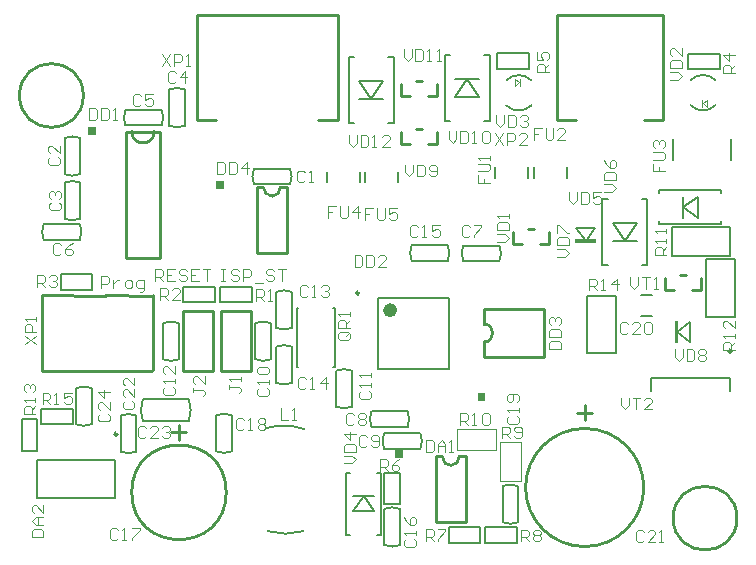
<source format=gto>
G04 Layer_Color=65535*
%FSLAX24Y24*%
%MOIN*%
G70*
G01*
G75*
%ADD10C,0.0079*%
%ADD43C,0.0098*%
%ADD54C,0.0100*%
%ADD55C,0.0071*%
%ADD56C,0.0236*%
%ADD57C,0.0070*%
%ADD58C,0.0070*%
%ADD59C,0.0050*%
%ADD60C,0.0039*%
%ADD61C,0.0067*%
G36*
X42015Y36953D02*
X41905D01*
Y37673D01*
X42015D01*
Y36953D01*
D02*
G37*
G36*
X35577Y35028D02*
X35327D01*
Y35278D01*
X35577D01*
Y35028D01*
D02*
G37*
G36*
X32827Y33114D02*
X32577D01*
Y33364D01*
X32827D01*
Y33114D01*
D02*
G37*
G36*
X22591Y43892D02*
X22341D01*
Y44142D01*
X22591D01*
Y43892D01*
D02*
G37*
G36*
X26862Y42091D02*
X26612D01*
Y42341D01*
X26862D01*
Y42091D01*
D02*
G37*
G36*
X39277Y40291D02*
X38557D01*
Y40401D01*
X39277D01*
Y40291D01*
D02*
G37*
D10*
X41093Y35778D02*
X43730D01*
Y35344D02*
Y35778D01*
X41093Y35344D02*
Y35778D01*
X42385Y36983D02*
Y37643D01*
X41955Y37313D02*
X42385Y37643D01*
X41955Y37313D02*
X42385Y36983D01*
X38587Y40771D02*
X39247D01*
X38587D02*
X38917Y40341D01*
X39247Y40771D01*
X40787Y39557D02*
X40974D01*
X39478D02*
X39665D01*
X40787Y41762D02*
X40974D01*
X39478D02*
X39665D01*
X40974Y39557D02*
Y41762D01*
X39478Y39557D02*
Y41762D01*
X41358Y40906D02*
X43445D01*
X41358Y42047D02*
X43445D01*
X41358Y40906D02*
Y41014D01*
Y41939D02*
Y42047D01*
X43445Y40906D02*
Y41014D01*
Y41939D02*
Y42047D01*
X37195Y42461D02*
Y42815D01*
X38297Y42461D02*
Y42815D01*
X32008Y38435D02*
X34370D01*
X32008Y36073D02*
X34370D01*
Y38435D01*
X32008Y36073D02*
Y38435D01*
X30945Y30541D02*
Y32628D01*
X32087Y30541D02*
Y32628D01*
X30945D02*
X31053D01*
X31978D02*
X32087D01*
X30945Y30541D02*
X31053D01*
X31978D02*
X32087D01*
X20620Y31781D02*
Y33041D01*
X23219Y31781D02*
Y33041D01*
X20620Y31781D02*
X23219D01*
X20620Y33041D02*
X23219D01*
X35896Y42461D02*
Y42815D01*
X36998Y42461D02*
Y42815D01*
X43770Y43041D02*
Y43750D01*
X41841Y43041D02*
Y43750D01*
X30285Y42303D02*
Y42657D01*
X31388Y42303D02*
Y42657D01*
X31565Y42303D02*
Y42657D01*
X32667Y42303D02*
Y42657D01*
X31024Y44291D02*
Y46496D01*
X32520Y44291D02*
Y46496D01*
X31024D02*
X31211D01*
X32333D02*
X32520D01*
X31024Y44291D02*
X31211D01*
X32333D02*
X32520D01*
X29291Y36152D02*
X29331D01*
X29291D02*
Y38120D01*
X29331D01*
X30512Y36152D02*
X30551D01*
Y38120D01*
X30512D02*
X30551D01*
X35719Y44350D02*
Y46555D01*
X34222Y44350D02*
Y46555D01*
X35531Y44350D02*
X35719D01*
X34222D02*
X34409D01*
X35531Y46555D02*
X35719D01*
X34222D02*
X34409D01*
D43*
X43780Y36673D02*
G03*
X43780Y36673I-49J0D01*
G01*
X31368Y38612D02*
G03*
X31368Y38612I-49J0D01*
G01*
X23307Y33907D02*
G03*
X23307Y33907I-49J0D01*
G01*
D54*
X22175Y45197D02*
G03*
X22175Y45197I-1063J0D01*
G01*
X43964Y31109D02*
G03*
X43964Y31109I-1063J0D01*
G01*
X23791Y43992D02*
G03*
X24541Y43992I375J0D01*
G01*
X40856Y32130D02*
G03*
X40856Y32130I-1969J0D01*
G01*
X26939Y31969D02*
G03*
X26939Y31969I-1575J0D01*
G01*
X28181Y42120D02*
G03*
X28740Y42139I280J0D01*
G01*
X34146Y33144D02*
G03*
X34704Y33163I280J0D01*
G01*
X35527Y36978D02*
G03*
X35527Y37578I0J300D01*
G01*
X37963Y47894D02*
X41506D01*
X40876Y44390D02*
X41506D01*
X37963D02*
X38593D01*
X41506D02*
Y47894D01*
X37963Y44390D02*
Y47894D01*
X42779Y38724D02*
Y39124D01*
X42079Y39224D02*
X42279D01*
X41579Y38724D02*
X41879D01*
X41579D02*
Y39124D01*
X42479Y38724D02*
X42779D01*
X23591Y43992D02*
X24741D01*
X23591Y39792D02*
X24741D01*
Y43992D01*
X23591Y39792D02*
Y43992D01*
X38888Y34380D02*
Y34880D01*
X38638Y34630D02*
X39138D01*
X25114Y33969D02*
X25614D01*
X25364Y33719D02*
Y34218D01*
X37700Y40250D02*
Y40650D01*
X37000Y40750D02*
X37200D01*
X36500Y40250D02*
X36800D01*
X36500D02*
Y40650D01*
X37400Y40250D02*
X37700D01*
X28962Y39941D02*
Y42141D01*
X27962Y39941D02*
Y42141D01*
Y39941D02*
X28962D01*
X28762Y42141D02*
X28962D01*
X27962D02*
X28162D01*
X33927Y33164D02*
X34127D01*
X34727D02*
X34927D01*
X33927Y30964D02*
X34927D01*
X33927D02*
Y33164D01*
X34927Y30964D02*
Y33164D01*
X35527Y37578D02*
Y38078D01*
Y36478D02*
X37527D01*
X35527Y38078D02*
X37527D01*
Y36478D02*
Y38078D01*
X35527Y36478D02*
Y36978D01*
X25514Y36010D02*
X26514D01*
Y38010D01*
X25514D02*
X26514D01*
X25514Y36010D02*
Y38010D01*
X26764Y36020D02*
Y38020D01*
X27764D01*
Y36020D02*
Y38020D01*
X26764Y36020D02*
X27764D01*
X22884Y38531D02*
X24461Y38530D01*
X20799Y36010D02*
X24461D01*
X24484Y36031D02*
Y38531D01*
X20784Y36031D02*
Y38531D01*
X22925Y38530D01*
X32770Y43586D02*
Y43986D01*
Y43586D02*
X33070D01*
X33970D02*
Y43986D01*
X33670Y43586D02*
X33970D01*
X33270Y44086D02*
X33470D01*
X30679Y47106D02*
Y47894D01*
X28317D02*
X30679D01*
X25955Y47067D02*
Y47894D01*
X28317D01*
X30679Y44390D02*
Y47106D01*
X25955Y44390D02*
Y47106D01*
Y44390D02*
X26585D01*
X30010D02*
X30679D01*
X32770Y45181D02*
Y45581D01*
Y45181D02*
X33070D01*
X33970D02*
Y45581D01*
X33670Y45181D02*
X33970D01*
X33270Y45681D02*
X33470D01*
D55*
X37112Y45703D02*
G03*
X36277Y45703I-418J-418D01*
G01*
Y44868D02*
G03*
X37112Y44868I418J418D01*
G01*
X42415Y44872D02*
G03*
X43250Y44872I418J418D01*
G01*
Y45707D02*
G03*
X42415Y45707I-418J-418D01*
G01*
X29554Y34076D02*
G03*
X28254Y34106I-697J-2035D01*
G01*
X28318Y30673D02*
G03*
X29511Y30678I589J2068D01*
G01*
D56*
X32520Y38041D02*
G03*
X32520Y38041I-118J0D01*
G01*
D57*
X34324Y39695D02*
G03*
X34324Y40205I-608J256D01*
G01*
X33117D02*
G03*
X33117Y39695I609J-255D01*
G01*
X36046Y39685D02*
G03*
X36047Y40196I-608J256D01*
G01*
X34839D02*
G03*
X34839Y39685I609J-255D01*
G01*
X36663Y32178D02*
G03*
X36153Y32179I-256J-608D01*
G01*
Y30971D02*
G03*
X36663Y30971I255J609D01*
G01*
X32215Y30213D02*
G03*
X32725Y30213I256J608D01*
G01*
Y31421D02*
G03*
X32215Y31420I-255J-609D01*
G01*
X27126Y34540D02*
G03*
X26615Y34541I-256J-608D01*
G01*
Y33333D02*
G03*
X27126Y33334I255J609D01*
G01*
X23425Y33324D02*
G03*
X23936Y33323I256J608D01*
G01*
Y34531D02*
G03*
X23425Y34531I-255J-609D01*
G01*
X21939Y34239D02*
G03*
X22450Y34239I256J608D01*
G01*
Y35446D02*
G03*
X21939Y35446I-255J-609D01*
G01*
X32985Y34154D02*
G03*
X32986Y34664I-608J256D01*
G01*
X31778D02*
G03*
X31778Y34154I609J-255D01*
G01*
X33409Y33425D02*
G03*
X33409Y33936I-608J256D01*
G01*
X32201D02*
G03*
X32202Y33425I609J-255D01*
G01*
X29123Y36824D02*
G03*
X28613Y36824I-256J-608D01*
G01*
Y35617D02*
G03*
X29123Y35617I255J609D01*
G01*
X28612Y37448D02*
G03*
X29123Y37447I256J608D01*
G01*
Y38655D02*
G03*
X28612Y38655I-255J-609D01*
G01*
X31122Y36026D02*
G03*
X30611Y36027I-256J-608D01*
G01*
Y34819D02*
G03*
X31122Y34819I255J609D01*
G01*
X24843Y36404D02*
G03*
X25353Y36404I256J608D01*
G01*
Y37612D02*
G03*
X24843Y37611I-255J-609D01*
G01*
X28425D02*
G03*
X27915Y37612I-256J-608D01*
G01*
Y36404D02*
G03*
X28425Y36404I255J609D01*
G01*
X27861Y42756D02*
G03*
X27861Y42245I608J-256D01*
G01*
X29068D02*
G03*
X29068Y42756I-609J255D01*
G01*
X21555Y42576D02*
G03*
X22066Y42575I256J608D01*
G01*
Y43783D02*
G03*
X21555Y43783I-255J-609D01*
G01*
X25551Y45397D02*
G03*
X25041Y45397I-256J-608D01*
G01*
Y44189D02*
G03*
X25551Y44190I255J609D01*
G01*
X24787Y44203D02*
G03*
X24787Y44713I-608J256D01*
G01*
X23579D02*
G03*
X23580Y44203I609J-255D01*
G01*
X21555Y41089D02*
G03*
X22066Y41089I256J608D01*
G01*
Y42297D02*
G03*
X21555Y42296I-255J-609D01*
G01*
X20853Y40905D02*
G03*
X20853Y40395I608J-256D01*
G01*
X22061D02*
G03*
X22060Y40905I-609J255D01*
G01*
X33120Y40206D02*
X34320D01*
X33120Y39695D02*
X34321D01*
X34843Y40196D02*
X36043D01*
X34843Y39685D02*
X36044D01*
X36152Y30975D02*
Y32175D01*
X36663Y30975D02*
Y32176D01*
X36624Y30295D02*
Y30807D01*
X35581Y30295D02*
Y30807D01*
X36624D01*
X35581Y30295D02*
X36624D01*
X35403Y30295D02*
Y30807D01*
X34360Y30295D02*
Y30807D01*
X35403D01*
X34360Y30295D02*
X35403D01*
X32215Y32608D02*
X32726D01*
X32215Y31565D02*
X32726D01*
X32215D02*
Y32608D01*
X32726Y31565D02*
Y32608D01*
X32725Y30217D02*
Y31417D01*
X32215Y30216D02*
Y31417D01*
X26615Y33337D02*
Y34537D01*
X27126Y33337D02*
Y34538D01*
X23936Y33327D02*
Y34527D01*
X23425Y33326D02*
Y34527D01*
X21821Y34242D02*
Y34754D01*
X20777Y34242D02*
Y34754D01*
X21821D01*
X20777Y34242D02*
X21821D01*
X20128Y33356D02*
X20640D01*
X20128Y34400D02*
X20640D01*
Y33356D02*
Y34400D01*
X20128Y33356D02*
Y34400D01*
X22450Y34243D02*
Y35443D01*
X21939Y34242D02*
Y35443D01*
X37018Y46093D02*
Y46604D01*
X35974Y46093D02*
Y46604D01*
X37018D01*
X35974Y46093D02*
X37018D01*
X42343Y46073D02*
Y46585D01*
X43386Y46073D02*
Y46585D01*
X42343Y46073D02*
X43386D01*
X42343Y46585D02*
X43386D01*
X31782Y34664D02*
X32982D01*
X31782Y34154D02*
X32983D01*
X32205Y33936D02*
X33405D01*
X32205Y33425D02*
X33406D01*
X28612Y35620D02*
Y36820D01*
X29123Y35620D02*
Y36821D01*
Y37451D02*
Y38651D01*
X28612Y37450D02*
Y38651D01*
X30611Y34823D02*
Y36023D01*
X31122Y34823D02*
Y36024D01*
X25353Y36408D02*
Y37608D01*
X24843Y36407D02*
Y37608D01*
X27914Y36408D02*
Y37608D01*
X28425Y36408D02*
Y37609D01*
X22461Y38730D02*
Y39242D01*
X21417Y38730D02*
Y39242D01*
X22461D01*
X21417Y38730D02*
X22461D01*
X27865Y42245D02*
X29065D01*
X27864Y42756D02*
X29065D01*
X22066Y42579D02*
Y43779D01*
X21555Y42578D02*
Y43779D01*
X25040Y44193D02*
Y45393D01*
X25551Y44193D02*
Y45394D01*
X23583Y44714D02*
X24783D01*
X23583Y44203D02*
X24784D01*
X22066Y41093D02*
Y42293D01*
X21555Y41092D02*
Y42293D01*
X20857Y40395D02*
X22057D01*
X20856Y40906D02*
X22057D01*
X27785Y38307D02*
Y38819D01*
X26742Y38307D02*
Y38819D01*
X27785D01*
X26742Y38307D02*
X27785D01*
X25512D02*
Y38819D01*
X26555Y38307D02*
Y38819D01*
X25512Y38307D02*
X26555D01*
X25512Y38819D02*
X26555D01*
D58*
X25690Y34334D02*
G03*
X25690Y35074I-1025J371D01*
G01*
X24161Y35076D02*
G03*
X24161Y34334I1004J-371D01*
G01*
X38969Y36599D02*
Y38529D01*
X39929Y36599D02*
Y38529D01*
X38969D02*
X39929D01*
X38969Y36599D02*
X39929D01*
X42926Y37810D02*
Y39740D01*
X43886Y37810D02*
Y39740D01*
X42926D02*
X43886D01*
X42926Y37810D02*
X43886D01*
X41806Y39855D02*
X43736D01*
X41806Y40815D02*
X43736D01*
X41806Y39855D02*
Y40815D01*
X43736Y39855D02*
Y40815D01*
X24164Y35075D02*
X25684D01*
X24164Y34335D02*
X25684D01*
D59*
X39826Y40359D02*
X40626D01*
X39826Y40959D02*
X40626D01*
X39826D02*
X40226Y40359D01*
X40626Y40959D01*
X42152Y41476D02*
X42652Y41126D01*
X42152Y41476D02*
X42652Y41826D01*
X42152Y41126D02*
Y41826D01*
X42652Y41126D02*
Y41826D01*
X31166Y31335D02*
X31516Y31835D01*
X31866Y31335D01*
X31166Y31835D02*
X31866D01*
X31166Y31335D02*
X31866D01*
X31772Y45094D02*
X32172Y45694D01*
X31372D02*
X31772Y45094D01*
X31372Y45694D02*
X32172D01*
X31372Y45094D02*
X32172D01*
X34570Y45153D02*
X34970Y45753D01*
X35370Y45153D01*
X34570D02*
X35370D01*
X34570Y45753D02*
X35370D01*
D60*
X36722Y45522D02*
Y45758D01*
X36565Y45522D02*
Y45758D01*
X36683Y45640D01*
X36565Y45522D02*
X36683Y45640D01*
X42805Y44817D02*
Y45053D01*
X42963Y44817D02*
Y45053D01*
X42844Y44935D02*
X42963Y44817D01*
X42844Y44935D02*
X42963Y45053D01*
X34628Y33380D02*
X35943D01*
X34628Y34081D02*
X35943D01*
X34628Y33380D02*
Y34081D01*
X35943Y33380D02*
Y34081D01*
X36758Y32344D02*
Y33659D01*
X36057Y32344D02*
Y33659D01*
Y32344D02*
X36758D01*
X36057Y33659D02*
X36758D01*
X35915Y43947D02*
X36178Y43553D01*
Y43947D02*
X35915Y43553D01*
X36309D02*
Y43947D01*
X36506D01*
X36571Y43881D01*
Y43750D01*
X36506Y43684D01*
X36309D01*
X36965Y43553D02*
X36702D01*
X36965Y43816D01*
Y43881D01*
X36899Y43947D01*
X36768D01*
X36702Y43881D01*
X20217Y36909D02*
X20610Y37172D01*
X20217D02*
X20610Y36909D01*
Y37303D02*
X20217D01*
Y37500D01*
X20282Y37565D01*
X20413D01*
X20479Y37500D01*
Y37303D01*
X20610Y37697D02*
Y37828D01*
Y37762D01*
X20217D01*
X20282Y37697D01*
X40089Y35128D02*
Y34865D01*
X40220Y34734D01*
X40351Y34865D01*
Y35128D01*
X40482D02*
X40745D01*
X40613D01*
Y34734D01*
X41138D02*
X40876D01*
X41138Y34997D01*
Y35062D01*
X41073Y35128D01*
X40941D01*
X40876Y35062D01*
X40413Y39144D02*
Y38881D01*
X40545Y38750D01*
X40676Y38881D01*
Y39144D01*
X40807D02*
X41069D01*
X40938D01*
Y38750D01*
X41201D02*
X41332D01*
X41266D01*
Y39144D01*
X41201Y39078D01*
X41890Y36752D02*
Y36489D01*
X42021Y36358D01*
X42152Y36489D01*
Y36752D01*
X42283D02*
Y36358D01*
X42480D01*
X42546Y36424D01*
Y36686D01*
X42480Y36752D01*
X42283D01*
X42677Y36686D02*
X42743Y36752D01*
X42874D01*
X42939Y36686D01*
Y36621D01*
X42874Y36555D01*
X42939Y36489D01*
Y36424D01*
X42874Y36358D01*
X42743D01*
X42677Y36424D01*
Y36489D01*
X42743Y36555D01*
X42677Y36621D01*
Y36686D01*
X42743Y36555D02*
X42874D01*
X37973Y39823D02*
X38235D01*
X38366Y39954D01*
X38235Y40085D01*
X37973D01*
Y40216D02*
X38366D01*
Y40413D01*
X38301Y40479D01*
X38038D01*
X37973Y40413D01*
Y40216D01*
Y40610D02*
Y40872D01*
X38038D01*
X38301Y40610D01*
X38366D01*
X39528Y41988D02*
X39790D01*
X39921Y42119D01*
X39790Y42251D01*
X39528D01*
Y42382D02*
X39921D01*
Y42579D01*
X39856Y42644D01*
X39593D01*
X39528Y42579D01*
Y42382D01*
Y43038D02*
X39593Y42907D01*
X39724Y42775D01*
X39856D01*
X39921Y42841D01*
Y42972D01*
X39856Y43038D01*
X39790D01*
X39724Y42972D01*
Y42775D01*
X38366Y41988D02*
Y41726D01*
X38497Y41594D01*
X38629Y41726D01*
Y41988D01*
X38760D02*
Y41594D01*
X38956D01*
X39022Y41660D01*
Y41922D01*
X38956Y41988D01*
X38760D01*
X39416D02*
X39153D01*
Y41791D01*
X39284Y41857D01*
X39350D01*
X39416Y41791D01*
Y41660D01*
X39350Y41594D01*
X39219D01*
X39153Y41660D01*
X30856Y32933D02*
X31119D01*
X31250Y33064D01*
X31119Y33195D01*
X30856D01*
Y33327D02*
X31250D01*
Y33523D01*
X31184Y33589D01*
X30922D01*
X30856Y33523D01*
Y33327D01*
X31250Y33917D02*
X30856D01*
X31053Y33720D01*
Y33983D01*
X35935Y44547D02*
Y44285D01*
X36066Y44154D01*
X36197Y44285D01*
Y44547D01*
X36329D02*
Y44154D01*
X36525D01*
X36591Y44219D01*
Y44482D01*
X36525Y44547D01*
X36329D01*
X36722Y44482D02*
X36788Y44547D01*
X36919D01*
X36985Y44482D01*
Y44416D01*
X36919Y44350D01*
X36853D01*
X36919D01*
X36985Y44285D01*
Y44219D01*
X36919Y44154D01*
X36788D01*
X36722Y44219D01*
X41723Y45728D02*
X41985D01*
X42116Y45860D01*
X41985Y45991D01*
X41723D01*
Y46122D02*
X42116D01*
Y46319D01*
X42051Y46384D01*
X41788D01*
X41723Y46319D01*
Y46122D01*
X42116Y46778D02*
Y46515D01*
X41854Y46778D01*
X41788D01*
X41723Y46712D01*
Y46581D01*
X41788Y46515D01*
X35975Y40325D02*
X36237D01*
X36368Y40456D01*
X36237Y40587D01*
X35975D01*
Y40718D02*
X36368D01*
Y40915D01*
X36303Y40981D01*
X36040D01*
X35975Y40915D01*
Y40718D01*
X36368Y41112D02*
Y41243D01*
Y41178D01*
X35975D01*
X36040Y41112D01*
X20817Y34902D02*
Y35295D01*
X21014D01*
X21079Y35230D01*
Y35098D01*
X21014Y35033D01*
X20817D01*
X20948D02*
X21079Y34902D01*
X21210D02*
X21342D01*
X21276D01*
Y35295D01*
X21210Y35230D01*
X21801Y35295D02*
X21538D01*
Y35098D01*
X21670Y35164D01*
X21735D01*
X21801Y35098D01*
Y34967D01*
X21735Y34902D01*
X21604D01*
X21538Y34967D01*
X39035Y38701D02*
Y39094D01*
X39232D01*
X39298Y39029D01*
Y38898D01*
X39232Y38832D01*
X39035D01*
X39167D02*
X39298Y38701D01*
X39429D02*
X39560D01*
X39495D01*
Y39094D01*
X39429Y39029D01*
X39954Y38701D02*
Y39094D01*
X39757Y38898D01*
X40019D01*
X20581Y34587D02*
X20187D01*
Y34783D01*
X20253Y34849D01*
X20384D01*
X20450Y34783D01*
Y34587D01*
Y34718D02*
X20581Y34849D01*
Y34980D02*
Y35111D01*
Y35046D01*
X20187D01*
X20253Y34980D01*
Y35308D02*
X20187Y35374D01*
Y35505D01*
X20253Y35571D01*
X20318D01*
X20384Y35505D01*
Y35439D01*
Y35505D01*
X20450Y35571D01*
X20515D01*
X20581Y35505D01*
Y35374D01*
X20515Y35308D01*
X43888Y36713D02*
X43494D01*
Y36909D01*
X43560Y36975D01*
X43691D01*
X43757Y36909D01*
Y36713D01*
Y36844D02*
X43888Y36975D01*
Y37106D02*
Y37237D01*
Y37172D01*
X43494D01*
X43560Y37106D01*
X43888Y37697D02*
Y37434D01*
X43625Y37697D01*
X43560D01*
X43494Y37631D01*
Y37500D01*
X43560Y37434D01*
X41614Y39892D02*
X41221D01*
Y40089D01*
X41286Y40154D01*
X41417D01*
X41483Y40089D01*
Y39892D01*
Y40023D02*
X41614Y40154D01*
Y40285D02*
Y40416D01*
Y40351D01*
X41221D01*
X41286Y40285D01*
X41614Y40613D02*
Y40744D01*
Y40679D01*
X41221D01*
X41286Y40613D01*
X34744Y34213D02*
Y34606D01*
X34941D01*
X35006Y34541D01*
Y34409D01*
X34941Y34344D01*
X34744D01*
X34875D02*
X35006Y34213D01*
X35138D02*
X35269D01*
X35203D01*
Y34606D01*
X35138Y34541D01*
X35466D02*
X35531Y34606D01*
X35662D01*
X35728Y34541D01*
Y34278D01*
X35662Y34213D01*
X35531D01*
X35466Y34278D01*
Y34541D01*
X36132Y33770D02*
Y34163D01*
X36329D01*
X36394Y34098D01*
Y33966D01*
X36329Y33901D01*
X36132D01*
X36263D02*
X36394Y33770D01*
X36525Y33835D02*
X36591Y33770D01*
X36722D01*
X36788Y33835D01*
Y34098D01*
X36722Y34163D01*
X36591D01*
X36525Y34098D01*
Y34032D01*
X36591Y33966D01*
X36788D01*
X36781Y30335D02*
Y30728D01*
X36978D01*
X37044Y30663D01*
Y30531D01*
X36978Y30466D01*
X36781D01*
X36913D02*
X37044Y30335D01*
X37175Y30663D02*
X37241Y30728D01*
X37372D01*
X37437Y30663D01*
Y30597D01*
X37372Y30531D01*
X37437Y30466D01*
Y30400D01*
X37372Y30335D01*
X37241D01*
X37175Y30400D01*
Y30466D01*
X37241Y30531D01*
X37175Y30597D01*
Y30663D01*
X37241Y30531D02*
X37372D01*
X33593Y30354D02*
Y30748D01*
X33789D01*
X33855Y30682D01*
Y30551D01*
X33789Y30486D01*
X33593D01*
X33724D02*
X33855Y30354D01*
X33986Y30748D02*
X34248D01*
Y30682D01*
X33986Y30420D01*
Y30354D01*
X32057Y32687D02*
Y33081D01*
X32254D01*
X32319Y33015D01*
Y32884D01*
X32254Y32818D01*
X32057D01*
X32188D02*
X32319Y32687D01*
X32713Y33081D02*
X32582Y33015D01*
X32451Y32884D01*
Y32753D01*
X32516Y32687D01*
X32647D01*
X32713Y32753D01*
Y32818D01*
X32647Y32884D01*
X32451D01*
X37707Y45984D02*
X37313D01*
Y46181D01*
X37379Y46247D01*
X37510D01*
X37576Y46181D01*
Y45984D01*
Y46115D02*
X37707Y46247D01*
X37313Y46640D02*
Y46378D01*
X37510D01*
X37444Y46509D01*
Y46575D01*
X37510Y46640D01*
X37641D01*
X37707Y46575D01*
Y46443D01*
X37641Y46378D01*
X43888Y45955D02*
X43494D01*
Y46152D01*
X43560Y46217D01*
X43691D01*
X43757Y46152D01*
Y45955D01*
Y46086D02*
X43888Y46217D01*
Y46545D02*
X43494D01*
X43691Y46348D01*
Y46611D01*
X20630Y38809D02*
Y39203D01*
X20827D01*
X20892Y39137D01*
Y39006D01*
X20827Y38940D01*
X20630D01*
X20761D02*
X20892Y38809D01*
X21023Y39137D02*
X21089Y39203D01*
X21220D01*
X21286Y39137D01*
Y39071D01*
X21220Y39006D01*
X21155D01*
X21220D01*
X21286Y38940D01*
Y38875D01*
X21220Y38809D01*
X21089D01*
X21023Y38875D01*
X24734Y38386D02*
Y38779D01*
X24931D01*
X24997Y38714D01*
Y38583D01*
X24931Y38517D01*
X24734D01*
X24865D02*
X24997Y38386D01*
X25390D02*
X25128D01*
X25390Y38648D01*
Y38714D01*
X25325Y38779D01*
X25193D01*
X25128Y38714D01*
X27933Y38356D02*
Y38750D01*
X28130D01*
X28195Y38684D01*
Y38553D01*
X28130Y38487D01*
X27933D01*
X28064D02*
X28195Y38356D01*
X28327D02*
X28458D01*
X28392D01*
Y38750D01*
X28327Y38684D01*
X30997Y37310D02*
X30735D01*
X30669Y37244D01*
Y37113D01*
X30735Y37047D01*
X30997D01*
X31063Y37113D01*
Y37244D01*
X30932Y37178D02*
X31063Y37310D01*
Y37244D02*
X30997Y37310D01*
X31063Y37441D02*
X30669D01*
Y37638D01*
X30735Y37703D01*
X30866D01*
X30932Y37638D01*
Y37441D01*
Y37572D02*
X31063Y37703D01*
Y37834D02*
Y37966D01*
Y37900D01*
X30669D01*
X30735Y37834D01*
X28750Y34773D02*
Y34380D01*
X29012D01*
X29144D02*
X29275D01*
X29209D01*
Y34773D01*
X29144Y34708D01*
X27047Y35558D02*
Y35426D01*
Y35492D01*
X27375D01*
X27441Y35426D01*
Y35361D01*
X27375Y35295D01*
X27441Y35689D02*
Y35820D01*
Y35754D01*
X27047D01*
X27113Y35689D01*
X41181Y42930D02*
Y42667D01*
X41378D01*
Y42799D01*
Y42667D01*
X41575D01*
X41181Y43061D02*
X41509D01*
X41575Y43126D01*
Y43258D01*
X41509Y43323D01*
X41181D01*
X41247Y43454D02*
X41181Y43520D01*
Y43651D01*
X41247Y43717D01*
X41312D01*
X41378Y43651D01*
Y43586D01*
Y43651D01*
X41444Y43717D01*
X41509D01*
X41575Y43651D01*
Y43520D01*
X41509Y43454D01*
X37452Y44114D02*
X37190D01*
Y43917D01*
X37321D01*
X37190D01*
Y43720D01*
X37584Y44114D02*
Y43786D01*
X37649Y43720D01*
X37780D01*
X37846Y43786D01*
Y44114D01*
X38240Y43720D02*
X37977D01*
X38240Y43982D01*
Y44048D01*
X38174Y44114D01*
X38043D01*
X37977Y44048D01*
X35345Y42536D02*
Y42274D01*
X35541D01*
Y42405D01*
Y42274D01*
X35738D01*
X35345Y42667D02*
X35673D01*
X35738Y42733D01*
Y42864D01*
X35673Y42930D01*
X35345D01*
X35738Y43061D02*
Y43192D01*
Y43126D01*
X35345D01*
X35410Y43061D01*
X37697Y36752D02*
X38091D01*
Y36949D01*
X38025Y37014D01*
X37763D01*
X37697Y36949D01*
Y36752D01*
Y37146D02*
X38091D01*
Y37342D01*
X38025Y37408D01*
X37763D01*
X37697Y37342D01*
Y37146D01*
X37763Y37539D02*
X37697Y37605D01*
Y37736D01*
X37763Y37801D01*
X37828D01*
X37894Y37736D01*
Y37670D01*
Y37736D01*
X37959Y37801D01*
X38025D01*
X38091Y37736D01*
Y37605D01*
X38025Y37539D01*
X31217Y39891D02*
Y39497D01*
X31413D01*
X31479Y39563D01*
Y39825D01*
X31413Y39891D01*
X31217D01*
X31610D02*
Y39497D01*
X31807D01*
X31873Y39563D01*
Y39825D01*
X31807Y39891D01*
X31610D01*
X32266Y39497D02*
X32004D01*
X32266Y39759D01*
Y39825D01*
X32201Y39891D01*
X32069D01*
X32004Y39825D01*
X22381Y44779D02*
Y44386D01*
X22578D01*
X22644Y44451D01*
Y44714D01*
X22578Y44779D01*
X22381D01*
X22775D02*
Y44386D01*
X22972D01*
X23037Y44451D01*
Y44714D01*
X22972Y44779D01*
X22775D01*
X23169Y44386D02*
X23300D01*
X23234D01*
Y44779D01*
X23169Y44714D01*
X20453Y30492D02*
X20846D01*
Y30689D01*
X20781Y30755D01*
X20518D01*
X20453Y30689D01*
Y30492D01*
X20846Y30886D02*
X20584D01*
X20453Y31017D01*
X20584Y31148D01*
X20846D01*
X20650D01*
Y30886D01*
X20846Y31542D02*
Y31279D01*
X20584Y31542D01*
X20518D01*
X20453Y31476D01*
Y31345D01*
X20518Y31279D01*
X33593Y33720D02*
Y33327D01*
X33789D01*
X33855Y33392D01*
Y33655D01*
X33789Y33720D01*
X33593D01*
X33986Y33327D02*
Y33589D01*
X34117Y33720D01*
X34248Y33589D01*
Y33327D01*
Y33524D01*
X33986D01*
X34380Y33327D02*
X34511D01*
X34445D01*
Y33720D01*
X34380Y33655D01*
X22723Y34593D02*
X22658Y34527D01*
Y34396D01*
X22723Y34331D01*
X22986D01*
X23051Y34396D01*
Y34527D01*
X22986Y34593D01*
X23051Y34987D02*
Y34724D01*
X22789Y34987D01*
X22723D01*
X22658Y34921D01*
Y34790D01*
X22723Y34724D01*
X23051Y35315D02*
X22658D01*
X22854Y35118D01*
Y35380D01*
X24263Y34107D02*
X24197Y34173D01*
X24066D01*
X24000Y34107D01*
Y33845D01*
X24066Y33779D01*
X24197D01*
X24263Y33845D01*
X24656Y33779D02*
X24394D01*
X24656Y34041D01*
Y34107D01*
X24591Y34173D01*
X24460D01*
X24394Y34107D01*
X24788D02*
X24853Y34173D01*
X24984D01*
X25050Y34107D01*
Y34041D01*
X24984Y33976D01*
X24919D01*
X24984D01*
X25050Y33910D01*
Y33845D01*
X24984Y33779D01*
X24853D01*
X24788Y33845D01*
X23550Y35006D02*
X23484Y34941D01*
Y34810D01*
X23550Y34744D01*
X23812D01*
X23878Y34810D01*
Y34941D01*
X23812Y35006D01*
X23878Y35400D02*
Y35138D01*
X23616Y35400D01*
X23550D01*
X23484Y35334D01*
Y35203D01*
X23550Y35138D01*
X23878Y35794D02*
Y35531D01*
X23616Y35794D01*
X23550D01*
X23484Y35728D01*
Y35597D01*
X23550Y35531D01*
X40853Y30653D02*
X40787Y30718D01*
X40656D01*
X40591Y30653D01*
Y30390D01*
X40656Y30325D01*
X40787D01*
X40853Y30390D01*
X41247Y30325D02*
X40984D01*
X41247Y30587D01*
Y30653D01*
X41181Y30718D01*
X41050D01*
X40984Y30653D01*
X41378Y30325D02*
X41509D01*
X41443D01*
Y30718D01*
X41378Y30653D01*
X40331Y37572D02*
X40266Y37638D01*
X40134D01*
X40069Y37572D01*
Y37310D01*
X40134Y37244D01*
X40266D01*
X40331Y37310D01*
X40725Y37244D02*
X40462D01*
X40725Y37506D01*
Y37572D01*
X40659Y37638D01*
X40528D01*
X40462Y37572D01*
X40856D02*
X40922Y37638D01*
X41053D01*
X41118Y37572D01*
Y37310D01*
X41053Y37244D01*
X40922D01*
X40856Y37310D01*
Y37572D01*
X36355Y34514D02*
X36290Y34449D01*
Y34318D01*
X36355Y34252D01*
X36617D01*
X36683Y34318D01*
Y34449D01*
X36617Y34514D01*
X36683Y34646D02*
Y34777D01*
Y34711D01*
X36290D01*
X36355Y34646D01*
X36617Y34974D02*
X36683Y35039D01*
Y35170D01*
X36617Y35236D01*
X36355D01*
X36290Y35170D01*
Y35039D01*
X36355Y34974D01*
X36421D01*
X36486Y35039D01*
Y35236D01*
X27526Y34383D02*
X27461Y34449D01*
X27329D01*
X27264Y34383D01*
Y34121D01*
X27329Y34055D01*
X27461D01*
X27526Y34121D01*
X27657Y34055D02*
X27789D01*
X27723D01*
Y34449D01*
X27657Y34383D01*
X27985D02*
X28051Y34449D01*
X28182D01*
X28248Y34383D01*
Y34318D01*
X28182Y34252D01*
X28248Y34186D01*
Y34121D01*
X28182Y34055D01*
X28051D01*
X27985Y34121D01*
Y34186D01*
X28051Y34252D01*
X27985Y34318D01*
Y34383D01*
X28051Y34252D02*
X28182D01*
X23333Y30712D02*
X23268Y30777D01*
X23136D01*
X23071Y30712D01*
Y30449D01*
X23136Y30384D01*
X23268D01*
X23333Y30449D01*
X23464Y30384D02*
X23596D01*
X23530D01*
Y30777D01*
X23464Y30712D01*
X23792Y30777D02*
X24055D01*
Y30712D01*
X23792Y30449D01*
Y30384D01*
X32940Y30410D02*
X32874Y30344D01*
Y30213D01*
X32940Y30148D01*
X33202D01*
X33268Y30213D01*
Y30344D01*
X33202Y30410D01*
X33268Y30541D02*
Y30672D01*
Y30607D01*
X32874D01*
X32940Y30541D01*
X32874Y31132D02*
X32940Y31000D01*
X33071Y30869D01*
X33202D01*
X33268Y30935D01*
Y31066D01*
X33202Y31132D01*
X33137D01*
X33071Y31066D01*
Y30869D01*
X33331Y40805D02*
X33266Y40870D01*
X33135D01*
X33069Y40805D01*
Y40542D01*
X33135Y40477D01*
X33266D01*
X33331Y40542D01*
X33463Y40477D02*
X33594D01*
X33528D01*
Y40870D01*
X33463Y40805D01*
X34053Y40870D02*
X33791D01*
Y40673D01*
X33922Y40739D01*
X33987D01*
X34053Y40673D01*
Y40542D01*
X33987Y40477D01*
X33856D01*
X33791Y40542D01*
X29602Y35751D02*
X29536Y35817D01*
X29405D01*
X29340Y35751D01*
Y35489D01*
X29405Y35423D01*
X29536D01*
X29602Y35489D01*
X29733Y35423D02*
X29864D01*
X29799D01*
Y35817D01*
X29733Y35751D01*
X30258Y35423D02*
Y35817D01*
X30061Y35620D01*
X30324D01*
X29652Y38822D02*
X29587Y38888D01*
X29455D01*
X29390Y38822D01*
Y38560D01*
X29455Y38494D01*
X29587D01*
X29652Y38560D01*
X29783Y38494D02*
X29915D01*
X29849D01*
Y38888D01*
X29783Y38822D01*
X30111D02*
X30177Y38888D01*
X30308D01*
X30374Y38822D01*
Y38756D01*
X30308Y38691D01*
X30243D01*
X30308D01*
X30374Y38625D01*
Y38560D01*
X30308Y38494D01*
X30177D01*
X30111Y38560D01*
X24908Y35469D02*
X24843Y35403D01*
Y35272D01*
X24908Y35207D01*
X25171D01*
X25236Y35272D01*
Y35403D01*
X25171Y35469D01*
X25236Y35600D02*
Y35731D01*
Y35666D01*
X24843D01*
X24908Y35600D01*
X25236Y36191D02*
Y35928D01*
X24974Y36191D01*
X24908D01*
X24843Y36125D01*
Y35994D01*
X24908Y35928D01*
X31424Y35351D02*
X31358Y35285D01*
Y35154D01*
X31424Y35089D01*
X31686D01*
X31752Y35154D01*
Y35285D01*
X31686Y35351D01*
X31752Y35482D02*
Y35613D01*
Y35548D01*
X31358D01*
X31424Y35482D01*
X31752Y35810D02*
Y35941D01*
Y35876D01*
X31358D01*
X31424Y35810D01*
X28038Y35440D02*
X27973Y35374D01*
Y35243D01*
X28038Y35177D01*
X28301D01*
X28366Y35243D01*
Y35374D01*
X28301Y35440D01*
X28366Y35571D02*
Y35702D01*
Y35636D01*
X27973D01*
X28038Y35571D01*
Y35899D02*
X27973Y35964D01*
Y36095D01*
X28038Y36161D01*
X28301D01*
X28366Y36095D01*
Y35964D01*
X28301Y35899D01*
X28038D01*
X31640Y33812D02*
X31575Y33878D01*
X31444D01*
X31378Y33812D01*
Y33550D01*
X31444Y33484D01*
X31575D01*
X31640Y33550D01*
X31772D02*
X31837Y33484D01*
X31968D01*
X32034Y33550D01*
Y33812D01*
X31968Y33878D01*
X31837D01*
X31772Y33812D01*
Y33747D01*
X31837Y33681D01*
X32034D01*
X31207Y34541D02*
X31142Y34606D01*
X31010D01*
X30945Y34541D01*
Y34278D01*
X31010Y34213D01*
X31142D01*
X31207Y34278D01*
X31338Y34541D02*
X31404Y34606D01*
X31535D01*
X31601Y34541D01*
Y34475D01*
X31535Y34409D01*
X31601Y34344D01*
Y34278D01*
X31535Y34213D01*
X31404D01*
X31338Y34278D01*
Y34344D01*
X31404Y34409D01*
X31338Y34475D01*
Y34541D01*
X31404Y34409D02*
X31535D01*
X35051Y40799D02*
X34986Y40865D01*
X34855D01*
X34789Y40799D01*
Y40537D01*
X34855Y40471D01*
X34986D01*
X35051Y40537D01*
X35183Y40865D02*
X35445D01*
Y40799D01*
X35183Y40537D01*
Y40471D01*
X21443Y40220D02*
X21378Y40285D01*
X21247D01*
X21181Y40220D01*
Y39957D01*
X21247Y39892D01*
X21378D01*
X21443Y39957D01*
X21837Y40285D02*
X21706Y40220D01*
X21575Y40089D01*
Y39957D01*
X21640Y39892D01*
X21771D01*
X21837Y39957D01*
Y40023D01*
X21771Y40089D01*
X21575D01*
X24101Y45190D02*
X24035Y45256D01*
X23904D01*
X23839Y45190D01*
Y44928D01*
X23904Y44862D01*
X24035D01*
X24101Y44928D01*
X24495Y45256D02*
X24232D01*
Y45059D01*
X24363Y45125D01*
X24429D01*
X24495Y45059D01*
Y44928D01*
X24429Y44862D01*
X24298D01*
X24232Y44928D01*
X25253Y45938D02*
X25187Y46004D01*
X25056D01*
X24990Y45938D01*
Y45676D01*
X25056Y45610D01*
X25187D01*
X25253Y45676D01*
X25581Y45610D02*
Y46004D01*
X25384Y45807D01*
X25646D01*
X21099Y41630D02*
X21034Y41565D01*
Y41434D01*
X21099Y41368D01*
X21362D01*
X21427Y41434D01*
Y41565D01*
X21362Y41630D01*
X21099Y41762D02*
X21034Y41827D01*
Y41958D01*
X21099Y42024D01*
X21165D01*
X21230Y41958D01*
Y41893D01*
Y41958D01*
X21296Y42024D01*
X21362D01*
X21427Y41958D01*
Y41827D01*
X21362Y41762D01*
X21079Y43136D02*
X21014Y43071D01*
Y42940D01*
X21079Y42874D01*
X21342D01*
X21407Y42940D01*
Y43071D01*
X21342Y43136D01*
X21407Y43530D02*
Y43268D01*
X21145Y43530D01*
X21079D01*
X21014Y43464D01*
Y43333D01*
X21079Y43268D01*
X29573Y42631D02*
X29508Y42697D01*
X29377D01*
X29311Y42631D01*
Y42369D01*
X29377Y42303D01*
X29508D01*
X29573Y42369D01*
X29705Y42303D02*
X29836D01*
X29770D01*
Y42697D01*
X29705Y42631D01*
X24803Y46585D02*
X25066Y46191D01*
Y46585D02*
X24803Y46191D01*
X25197D02*
Y46585D01*
X25394D01*
X25459Y46519D01*
Y46388D01*
X25394Y46322D01*
X25197D01*
X25590Y46191D02*
X25721D01*
X25656D01*
Y46585D01*
X25590Y46519D01*
X25827Y35449D02*
Y35318D01*
Y35384D01*
X26155D01*
X26220Y35318D01*
Y35253D01*
X26155Y35187D01*
X26220Y35843D02*
Y35581D01*
X25958Y35843D01*
X25892D01*
X25827Y35777D01*
Y35646D01*
X25892Y35581D01*
X30607Y41506D02*
X30344D01*
Y41309D01*
X30476D01*
X30344D01*
Y41112D01*
X30738Y41506D02*
Y41178D01*
X30804Y41112D01*
X30935D01*
X31000Y41178D01*
Y41506D01*
X31328Y41112D02*
Y41506D01*
X31132Y41309D01*
X31394D01*
X31837Y41447D02*
X31575D01*
Y41250D01*
X31706D01*
X31575D01*
Y41053D01*
X31968Y41447D02*
Y41119D01*
X32034Y41053D01*
X32165D01*
X32231Y41119D01*
Y41447D01*
X32624D02*
X32362D01*
Y41250D01*
X32493Y41316D01*
X32559D01*
X32624Y41250D01*
Y41119D01*
X32559Y41053D01*
X32428D01*
X32362Y41119D01*
X32904Y42894D02*
Y42631D01*
X33035Y42500D01*
X33166Y42631D01*
Y42894D01*
X33297D02*
Y42500D01*
X33494D01*
X33560Y42566D01*
Y42828D01*
X33494Y42894D01*
X33297D01*
X33691Y42566D02*
X33756Y42500D01*
X33887D01*
X33953Y42566D01*
Y42828D01*
X33887Y42894D01*
X33756D01*
X33691Y42828D01*
Y42762D01*
X33756Y42697D01*
X33953D01*
X34350Y44016D02*
Y43753D01*
X34482Y43622D01*
X34613Y43753D01*
Y44016D01*
X34744D02*
Y43622D01*
X34941D01*
X35006Y43688D01*
Y43950D01*
X34941Y44016D01*
X34744D01*
X35138Y43622D02*
X35269D01*
X35203D01*
Y44016D01*
X35138Y43950D01*
X35466D02*
X35531Y44016D01*
X35662D01*
X35728Y43950D01*
Y43688D01*
X35662Y43622D01*
X35531D01*
X35466Y43688D01*
Y43950D01*
X32854Y46752D02*
Y46489D01*
X32986Y46358D01*
X33117Y46489D01*
Y46752D01*
X33248D02*
Y46358D01*
X33445D01*
X33510Y46424D01*
Y46686D01*
X33445Y46752D01*
X33248D01*
X33641Y46358D02*
X33773D01*
X33707D01*
Y46752D01*
X33641Y46686D01*
X33969Y46358D02*
X34101D01*
X34035D01*
Y46752D01*
X33969Y46686D01*
X31024Y43888D02*
Y43625D01*
X31155Y43494D01*
X31286Y43625D01*
Y43888D01*
X31417D02*
Y43494D01*
X31614D01*
X31680Y43560D01*
Y43822D01*
X31614Y43888D01*
X31417D01*
X31811Y43494D02*
X31942D01*
X31876D01*
Y43888D01*
X31811Y43822D01*
X32401Y43494D02*
X32139D01*
X32401Y43756D01*
Y43822D01*
X32336Y43888D01*
X32204D01*
X32139Y43822D01*
X26647Y42977D02*
Y42583D01*
X26844D01*
X26910Y42649D01*
Y42911D01*
X26844Y42977D01*
X26647D01*
X27041D02*
Y42583D01*
X27238D01*
X27303Y42649D01*
Y42911D01*
X27238Y42977D01*
X27041D01*
X27631Y42583D02*
Y42977D01*
X27435Y42780D01*
X27697D01*
X22766Y38780D02*
Y39173D01*
X22963D01*
X23028Y39108D01*
Y38976D01*
X22963Y38911D01*
X22766D01*
X23159Y39042D02*
Y38780D01*
Y38911D01*
X23225Y38976D01*
X23291Y39042D01*
X23356D01*
X23618Y38780D02*
X23750D01*
X23815Y38845D01*
Y38976D01*
X23750Y39042D01*
X23618D01*
X23553Y38976D01*
Y38845D01*
X23618Y38780D01*
X24078Y38648D02*
X24143D01*
X24209Y38714D01*
Y39042D01*
X24012D01*
X23946Y38976D01*
Y38845D01*
X24012Y38780D01*
X24209D01*
X24577Y39006D02*
Y39399D01*
X24774D01*
X24839Y39334D01*
Y39203D01*
X24774Y39137D01*
X24577D01*
X24708D02*
X24839Y39006D01*
X25233Y39399D02*
X24970D01*
Y39006D01*
X25233D01*
X24970Y39203D02*
X25102D01*
X25626Y39334D02*
X25561Y39399D01*
X25430D01*
X25364Y39334D01*
Y39268D01*
X25430Y39203D01*
X25561D01*
X25626Y39137D01*
Y39072D01*
X25561Y39006D01*
X25430D01*
X25364Y39072D01*
X26020Y39399D02*
X25757D01*
Y39006D01*
X26020D01*
X25757Y39203D02*
X25889D01*
X26151Y39399D02*
X26413D01*
X26282D01*
Y39006D01*
X26772Y39399D02*
X26903D01*
X26837D01*
Y39006D01*
X26772D01*
X26903D01*
X27362Y39334D02*
X27296Y39399D01*
X27165D01*
X27100Y39334D01*
Y39268D01*
X27165Y39203D01*
X27296D01*
X27362Y39137D01*
Y39072D01*
X27296Y39006D01*
X27165D01*
X27100Y39072D01*
X27493Y39006D02*
Y39399D01*
X27690D01*
X27756Y39334D01*
Y39203D01*
X27690Y39137D01*
X27493D01*
X27887Y38940D02*
X28149D01*
X28543Y39334D02*
X28477Y39399D01*
X28346D01*
X28280Y39334D01*
Y39268D01*
X28346Y39203D01*
X28477D01*
X28543Y39137D01*
Y39072D01*
X28477Y39006D01*
X28346D01*
X28280Y39072D01*
X28674Y39399D02*
X28936D01*
X28805D01*
Y39006D01*
D61*
X40768Y38543D02*
X41122D01*
X40768Y37835D02*
X41122D01*
M02*

</source>
